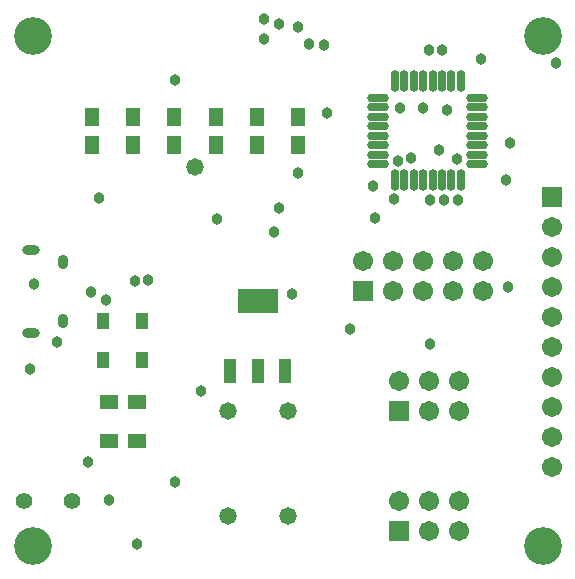
<source format=gbs>
G04 Layer_Color=16711935*
%FSLAX24Y24*%
%MOIN*%
G70*
G01*
G75*
%ADD37R,0.0592X0.0493*%
%ADD43C,0.0552*%
%ADD44R,0.0671X0.0671*%
%ADD45C,0.0671*%
%ADD46C,0.1261*%
%ADD47C,0.0580*%
%ADD48R,0.0671X0.0671*%
G04:AMPARAMS|DCode=49|XSize=31.6mil|YSize=59.2mil|CornerRadius=15.8mil|HoleSize=0mil|Usage=FLASHONLY|Rotation=270.000|XOffset=0mil|YOffset=0mil|HoleType=Round|Shape=RoundedRectangle|*
%AMROUNDEDRECTD49*
21,1,0.0316,0.0276,0,0,270.0*
21,1,0.0000,0.0592,0,0,270.0*
1,1,0.0316,-0.0138,0.0000*
1,1,0.0316,-0.0138,0.0000*
1,1,0.0316,0.0138,0.0000*
1,1,0.0316,0.0138,0.0000*
%
%ADD49ROUNDEDRECTD49*%
G04:AMPARAMS|DCode=50|XSize=35.6mil|YSize=47.4mil|CornerRadius=17.8mil|HoleSize=0mil|Usage=FLASHONLY|Rotation=0.000|XOffset=0mil|YOffset=0mil|HoleType=Round|Shape=RoundedRectangle|*
%AMROUNDEDRECTD50*
21,1,0.0356,0.0118,0,0,0.0*
21,1,0.0000,0.0474,0,0,0.0*
1,1,0.0356,0.0000,-0.0059*
1,1,0.0356,0.0000,-0.0059*
1,1,0.0356,0.0000,0.0059*
1,1,0.0356,0.0000,0.0059*
%
%ADD50ROUNDEDRECTD50*%
%ADD51C,0.0380*%
%ADD52R,0.0438X0.0560*%
%ADD53R,0.0493X0.0592*%
%ADD54R,0.1340X0.0828*%
%ADD55R,0.0434X0.0828*%
%ADD56O,0.0297X0.0730*%
%ADD57O,0.0730X0.0297*%
D37*
X4463Y4500D02*
D03*
X3537D02*
D03*
X4463Y5800D02*
D03*
X3537D02*
D03*
D43*
X2300Y2500D02*
D03*
X700D02*
D03*
D44*
X12000Y9500D02*
D03*
X13208Y1500D02*
D03*
Y5500D02*
D03*
D45*
X12000Y10500D02*
D03*
X13000Y9500D02*
D03*
Y10500D02*
D03*
X14000Y9500D02*
D03*
Y10500D02*
D03*
X15000Y9500D02*
D03*
Y10500D02*
D03*
X16000Y9500D02*
D03*
Y10500D02*
D03*
X15208Y2500D02*
D03*
Y1500D02*
D03*
X14208Y2500D02*
D03*
Y1500D02*
D03*
X13208Y2500D02*
D03*
X15208Y6500D02*
D03*
Y5500D02*
D03*
X14208Y6500D02*
D03*
Y5500D02*
D03*
X13208Y6500D02*
D03*
X18300Y11650D02*
D03*
Y9650D02*
D03*
Y8650D02*
D03*
Y7650D02*
D03*
Y6650D02*
D03*
Y5650D02*
D03*
Y4650D02*
D03*
Y3650D02*
D03*
Y10650D02*
D03*
D46*
X1000Y18000D02*
D03*
X18000D02*
D03*
X1000Y1000D02*
D03*
X18000D02*
D03*
D47*
X9528Y5500D02*
D03*
X7528D02*
D03*
X9528Y2000D02*
D03*
X7528D02*
D03*
X6400Y13650D02*
D03*
D48*
X18300Y12650D02*
D03*
D49*
X937Y10878D02*
D03*
Y8122D02*
D03*
D50*
X2000Y10484D02*
D03*
Y8516D02*
D03*
D51*
X3537Y2550D02*
D03*
X7140Y11900D02*
D03*
X13040Y12580D02*
D03*
X6610Y6190D02*
D03*
X11590Y8240D02*
D03*
X14250Y7750D02*
D03*
X3220Y12620D02*
D03*
X12358Y12998D02*
D03*
X5750Y3130D02*
D03*
X9640Y9400D02*
D03*
X9200Y12275D02*
D03*
X9050Y11480D02*
D03*
X12405Y11940D02*
D03*
X1800Y7800D02*
D03*
X3450Y9210D02*
D03*
X2850Y3800D02*
D03*
X1050Y9750D02*
D03*
X2935Y9480D02*
D03*
X9850Y13450D02*
D03*
X15938Y17229D02*
D03*
X14700Y12550D02*
D03*
X16763Y13222D02*
D03*
X13600Y13950D02*
D03*
X14550Y14200D02*
D03*
X10700Y17700D02*
D03*
X16850Y9650D02*
D03*
X10800Y15450D02*
D03*
X13250Y15600D02*
D03*
X14800Y15550D02*
D03*
X16900Y14450D02*
D03*
X4400Y9850D02*
D03*
X900Y6900D02*
D03*
X18450Y17100D02*
D03*
X14200Y17550D02*
D03*
X4463Y1090D02*
D03*
X8699Y17905D02*
D03*
X9200Y18400D02*
D03*
X9850Y18300D02*
D03*
X10200Y17750D02*
D03*
X14650Y17550D02*
D03*
X5750Y16550D02*
D03*
X14000Y15600D02*
D03*
X4850Y9860D02*
D03*
X15140Y13900D02*
D03*
X13170Y13830D02*
D03*
X8720Y18580D02*
D03*
X14250Y12550D02*
D03*
X15180Y12540D02*
D03*
D52*
X3356Y7195D02*
D03*
X4644D02*
D03*
X3356Y8495D02*
D03*
X4644D02*
D03*
D53*
X4354Y15309D02*
D03*
Y14384D02*
D03*
X5728Y15309D02*
D03*
Y14384D02*
D03*
X7102Y15309D02*
D03*
Y14384D02*
D03*
X8476Y15309D02*
D03*
Y14384D02*
D03*
X9850Y15309D02*
D03*
Y14384D02*
D03*
X2980Y15309D02*
D03*
Y14384D02*
D03*
D54*
X8500Y9161D02*
D03*
D55*
X7594Y6839D02*
D03*
X8500D02*
D03*
X9406D02*
D03*
D56*
X15277Y16500D02*
D03*
X14962D02*
D03*
X14647D02*
D03*
X14332D02*
D03*
X14017D02*
D03*
X13702D02*
D03*
X13387D02*
D03*
X13073D02*
D03*
Y13193D02*
D03*
X13387D02*
D03*
X13702D02*
D03*
X14017D02*
D03*
X14332D02*
D03*
X14647D02*
D03*
X14962D02*
D03*
X15277D02*
D03*
D57*
X12521Y15949D02*
D03*
Y15634D02*
D03*
Y15319D02*
D03*
Y15004D02*
D03*
Y14689D02*
D03*
Y14374D02*
D03*
Y14059D02*
D03*
Y13744D02*
D03*
X15828D02*
D03*
Y14059D02*
D03*
Y14374D02*
D03*
Y14689D02*
D03*
Y15004D02*
D03*
Y15319D02*
D03*
Y15634D02*
D03*
Y15949D02*
D03*
M02*

</source>
